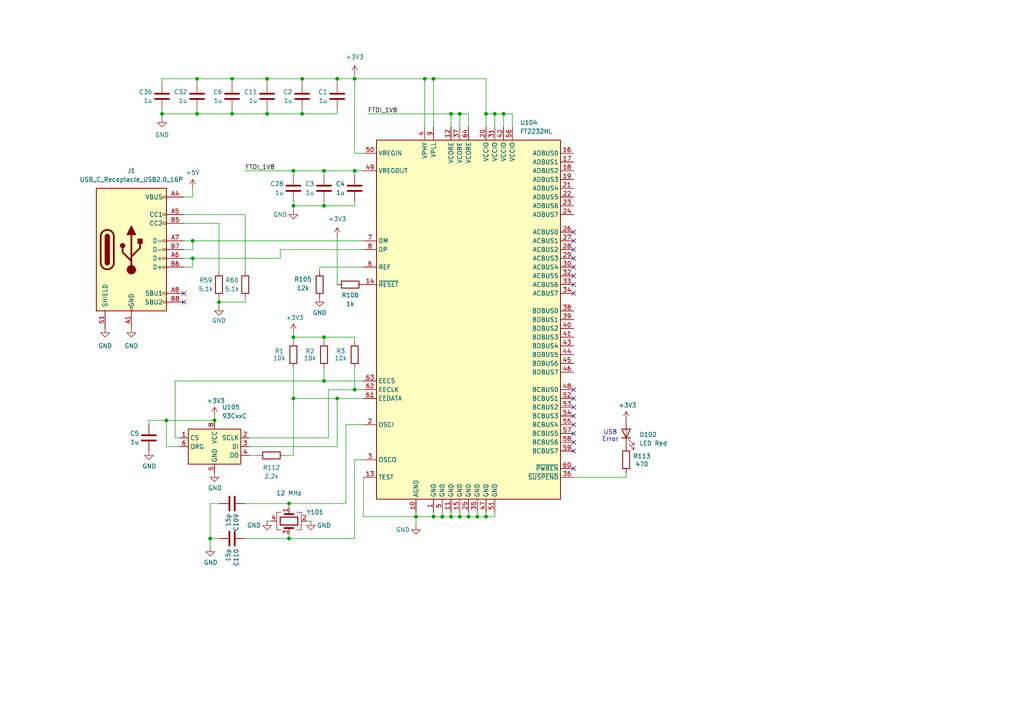
<source format=kicad_sch>
(kicad_sch (version 20250114) (generator "eeschema") (generator_version "9.0")
  (paper "A4")
  (lib_symbols
    (symbol "Connector:USB_C_Receptacle_USB2.0_16P" (pin_names (offset 1.016))
      (property "Reference" "J" (at 0 22.225 0))
      (property "Value" "USB_C_Receptacle_USB2.0_16P" (at 0 19.685 0))
      (symbol "USB_C_Receptacle_USB2.0_16P_0_0"
        (rectangle (start -0.254 -17.78) (end 0.254 -16.764))
        (rectangle (start 10.16 15.494) (end 9.144 14.986))
        (rectangle (start 10.16 10.414) (end 9.144 9.906))
        (rectangle (start 10.16 7.874) (end 9.144 7.366))
        (rectangle (start 10.16 2.794) (end 9.144 2.286))
        (rectangle (start 10.16 0.254) (end 9.144 -0.254))
        (rectangle (start 10.16 -2.286) (end 9.144 -2.794))
        (rectangle (start 10.16 -4.826) (end 9.144 -5.334))
        (rectangle (start 10.16 -12.446) (end 9.144 -12.954))
        (rectangle (start 10.16 -14.986) (end 9.144 -15.494))
      )
      (symbol "USB_C_Receptacle_USB2.0_16P_0_1"
        (rectangle (start -10.16 17.78) (end 10.16 -17.78) (stroke (width 0.254)) (fill (type background)))
        (polyline (pts (xy -8.89 -3.81) (xy -8.89 3.81)) (stroke (width 0.508)))
        (rectangle (start -7.62 -3.81) (end -6.35 3.81) (stroke (width 0.254)) (fill (type outline)))
        (arc (start -7.62 3.81) (mid -6.985 4.4423) (end -6.35 3.81) (stroke (width 0.254)))
        (arc (start -7.62 3.81) (mid -6.985 4.4423) (end -6.35 3.81) (stroke (width 0.254)) (fill (type outline)))
        (arc (start -8.89 3.81) (mid -6.985 5.7067) (end -5.08 3.81) (stroke (width 0.508)))
        (arc (start -5.08 -3.81) (mid -6.985 -5.7067) (end -8.89 -3.81) (stroke (width 0.508)))
        (arc (start -6.35 -3.81) (mid -6.985 -4.4423) (end -7.62 -3.81) (stroke (width 0.254)))
        (arc (start -6.35 -3.81) (mid -6.985 -4.4423) (end -7.62 -3.81) (stroke (width 0.254)) (fill (type outline)))
        (polyline (pts (xy -5.08 3.81) (xy -5.08 -3.81)) (stroke (width 0.508)))
        (circle (center -2.54 1.143) (radius 0.635) (stroke (width 0.254)) (fill (type outline)))
        (polyline (pts (xy -1.27 4.318) (xy 0 6.858) (xy 1.27 4.318) (xy -1.27 4.318)) (stroke (width 0.254)) (fill (type outline)))
        (polyline (pts (xy 0 -2.032) (xy 2.54 0.508) (xy 2.54 1.778)) (stroke (width 0.508)))
        (polyline (pts (xy 0 -3.302) (xy -2.54 -0.762) (xy -2.54 0.508)) (stroke (width 0.508)))
        (polyline (pts (xy 0 -5.842) (xy 0 4.318)) (stroke (width 0.508)))
        (circle (center 0 -5.842) (radius 1.27) (fill (type outline)))
        (rectangle (start 1.905 1.778) (end 3.175 3.048) (stroke (width 0.254)) (fill (type outline)))
      )
      (symbol "USB_C_Receptacle_USB2.0_16P_1_1"
        (pin passive line (at -7.62 -22.86 90) (length 5.08) (name "SHIELD") (number "S1"))
        (pin passive line (at 0 -22.86 90) (length 5.08) (name "GND") (number "A1"))
        (pin passive line (at 0 -22.86 90) (length 5.08) (hide yes) (name "GND") (number "A12"))
        (pin passive line (at 0 -22.86 90) (length 5.08) (hide yes) (name "GND") (number "B1"))
        (pin passive line (at 0 -22.86 90) (length 5.08) (hide yes) (name "GND") (number "B12"))
        (pin passive line (at 15.24 15.24 180) (length 5.08) (name "VBUS") (number "A4"))
        (pin passive line (at 15.24 15.24 180) (length 5.08) (hide yes) (name "VBUS") (number "A9"))
        (pin passive line (at 15.24 15.24 180) (length 5.08) (hide yes) (name "VBUS") (number "B4"))
        (pin passive line (at 15.24 15.24 180) (length 5.08) (hide yes) (name "VBUS") (number "B9"))
        (pin bidirectional line (at 15.24 10.16 180) (length 5.08) (name "CC1") (number "A5"))
        (pin bidirectional line (at 15.24 7.62 180) (length 5.08) (name "CC2") (number "B5"))
        (pin bidirectional line (at 15.24 2.54 180) (length 5.08) (name "D-") (number "A7"))
        (pin bidirectional line (at 15.24 0 180) (length 5.08) (name "D-") (number "B7"))
        (pin bidirectional line (at 15.24 -2.54 180) (length 5.08) (name "D+") (number "A6"))
        (pin bidirectional line (at 15.24 -5.08 180) (length 5.08) (name "D+") (number "B6"))
        (pin bidirectional line (at 15.24 -12.7 180) (length 5.08) (name "SBU1") (number "A8"))
        (pin bidirectional line (at 15.24 -15.24 180) (length 5.08) (name "SBU2") (number "B8"))
      )
    )
    (symbol "Device:C" (pin_numbers (hide yes)) (pin_names (offset 0.254))
      (property "Reference" "C" (at 0.635 2.54 0))
      (property "Value" "C" (at 0.635 -2.54 0))
      (symbol "C_0_1"
        (polyline (pts (xy -2.032 0.762) (xy 2.032 0.762)) (stroke (width 0.508)))
        (polyline (pts (xy -2.032 -0.762) (xy 2.032 -0.762)) (stroke (width 0.508)))
      )
      (symbol "C_1_1"
        (pin passive line (at 0 3.81 270) (length 2.794) (name "~") (number "1"))
        (pin passive line (at 0 -3.81 90) (length 2.794) (name "~") (number "2"))
      )
    )
    (symbol "Device:Crystal_GND24" (pin_names (offset 1.016) (hide yes))
      (property "Reference" "Y" (at 3.175 5.08 0))
      (property "Value" "Crystal_GND24" (at 3.175 3.175 0))
      (symbol "Crystal_GND24_0_1"
        (polyline (pts (xy -2.54 2.286) (xy -2.54 3.556) (xy 2.54 3.556) (xy 2.54 2.286)))
        (polyline (pts (xy -2.54 0) (xy -2.032 0)))
        (polyline (pts (xy -2.54 -2.286) (xy -2.54 -3.556) (xy 2.54 -3.556) (xy 2.54 -2.286)))
        (polyline (pts (xy -2.032 -1.27) (xy -2.032 1.27)) (stroke (width 0.508)))
        (rectangle (start -1.143 2.54) (end 1.143 -2.54) (stroke (width 0.3048)))
        (polyline (pts (xy 0 3.556) (xy 0 3.81)))
        (polyline (pts (xy 0 -3.81) (xy 0 -3.556)))
        (polyline (pts (xy 2.032 0) (xy 2.54 0)))
        (polyline (pts (xy 2.032 -1.27) (xy 2.032 1.27)) (stroke (width 0.508)))
      )
      (symbol "Crystal_GND24_1_1"
        (pin passive line (at -3.81 0 0) (length 1.27) (name "1") (number "1"))
        (pin passive line (at 0 5.08 270) (length 1.27) (name "2") (number "2"))
        (pin passive line (at 0 -5.08 90) (length 1.27) (name "4") (number "4"))
        (pin passive line (at 3.81 0 180) (length 1.27) (name "3") (number "3"))
      )
    )
    (symbol "Device:LED" (pin_numbers (hide yes)) (pin_names (offset 1.016) (hide yes))
      (property "Reference" "D" (at 0 2.54 0))
      (property "Value" "LED" (at 0 -2.54 0))
      (symbol "LED_0_1"
        (polyline (pts (xy -3.048 -0.762) (xy -4.572 -2.286) (xy -3.81 -2.286) (xy -4.572 -2.286) (xy -4.572 -1.524)))
        (polyline (pts (xy -1.778 -0.762) (xy -3.302 -2.286) (xy -2.54 -2.286) (xy -3.302 -2.286) (xy -3.302 -1.524)))
        (polyline (pts (xy -1.27 0) (xy 1.27 0)))
        (polyline (pts (xy -1.27 -1.27) (xy -1.27 1.27)) (stroke (width 0.254)))
        (polyline (pts (xy 1.27 -1.27) (xy 1.27 1.27) (xy -1.27 0) (xy 1.27 -1.27)) (stroke (width 0.254)))
      )
      (symbol "LED_1_1"
        (pin passive line (at -3.81 0 0) (length 2.54) (name "K") (number "1"))
        (pin passive line (at 3.81 0 180) (length 2.54) (name "A") (number "2"))
      )
    )
    (symbol "Device:R" (pin_numbers (hide yes)) (pin_names (offset 0))
      (property "Reference" "R" (at 2.032 0 90))
      (property "Value" "R" (at 0 0 90))
      (symbol "R_0_1"
        (rectangle (start -1.016 -2.54) (end 1.016 2.54) (stroke (width 0.254)))
      )
      (symbol "R_1_1"
        (pin passive line (at 0 3.81 270) (length 1.27) (name "~") (number "1"))
        (pin passive line (at 0 -3.81 90) (length 1.27) (name "~") (number "2"))
      )
    )
    (symbol "Interface_USB:FT2232HL"
      (property "Reference" "U" (at -26.67 53.34 0))
      (property "Value" "FT2232HL" (at 19.05 53.34 0))
      (symbol "FT2232HL_0_1"
        (rectangle (start -26.67 -52.07) (end 26.67 52.07) (stroke (width 0.254)) (fill (type background)))
      )
      (symbol "FT2232HL_1_1"
        (pin power_in line (at -30.48 48.26 0) (length 3.81) (name "VREGIN") (number "50"))
        (pin power_out line (at -30.48 43.18 0) (length 3.81) (name "VREGOUT") (number "49"))
        (pin bidirectional line (at -30.48 22.86 0) (length 3.81) (name "DM") (number "7"))
        (pin bidirectional line (at -30.48 20.32 0) (length 3.81) (name "DP") (number "8"))
        (pin output line (at -30.48 15.24 0) (length 3.81) (name "REF") (number "6"))
        (pin input line (at -30.48 10.16 0) (length 3.81) (name "~{RESET}") (number "14"))
        (pin output line (at -30.48 -17.78 0) (length 3.81) (name "EECS") (number "63"))
        (pin output line (at -30.48 -20.32 0) (length 3.81) (name "EECLK") (number "62"))
        (pin bidirectional line (at -30.48 -22.86 0) (length 3.81) (name "EEDATA") (number "61"))
        (pin input line (at -30.48 -30.48 0) (length 3.81) (name "OSCI") (number "2"))
        (pin output line (at -30.48 -40.64 0) (length 3.81) (name "OSCO") (number "3"))
        (pin input line (at -30.48 -45.72 0) (length 3.81) (name "TEST") (number "13"))
        (pin power_in line (at -15.24 -55.88 90) (length 3.81) (name "AGND") (number "10"))
        (pin power_in line (at -12.7 55.88 270) (length 3.81) (name "VPHY") (number "4"))
        (pin input line (at -10.16 55.88 270) (length 3.81) (name "VPLL") (number "9"))
        (pin power_in line (at -10.16 -55.88 90) (length 3.81) (name "GND") (number "1"))
        (pin power_in line (at -7.62 -55.88 90) (length 3.81) (name "GND") (number "5"))
        (pin power_in line (at -5.08 55.88 270) (length 3.81) (name "VCORE") (number "12"))
        (pin power_in line (at -5.08 -55.88 90) (length 3.81) (name "GND") (number "11"))
        (pin power_in line (at -2.54 55.88 270) (length 3.81) (name "VCORE") (number "37"))
        (pin power_in line (at -2.54 -55.88 90) (length 3.81) (name "GND") (number "15"))
        (pin power_in line (at 0 55.88 270) (length 3.81) (name "VCORE") (number "64"))
        (pin power_in line (at 0 -55.88 90) (length 3.81) (name "GND") (number "25"))
        (pin power_in line (at 2.54 -55.88 90) (length 3.81) (name "GND") (number "35"))
        (pin power_in line (at 5.08 55.88 270) (length 3.81) (name "VCCIO") (number "20"))
        (pin power_in line (at 5.08 -55.88 90) (length 3.81) (name "GND") (number "47"))
        (pin power_in line (at 7.62 55.88 270) (length 3.81) (name "VCCIO") (number "31"))
        (pin power_in line (at 7.62 -55.88 90) (length 3.81) (name "GND") (number "51"))
        (pin power_in line (at 10.16 55.88 270) (length 3.81) (name "VCCIO") (number "42"))
        (pin power_in line (at 12.7 55.88 270) (length 3.81) (name "VCCIO") (number "56"))
        (pin bidirectional line (at 30.48 48.26 180) (length 3.81) (name "ADBUS0") (number "16"))
        (pin bidirectional line (at 30.48 45.72 180) (length 3.81) (name "ADBUS1") (number "17"))
        (pin bidirectional line (at 30.48 43.18 180) (length 3.81) (name "ADBUS2") (number "18"))
        (pin bidirectional line (at 30.48 40.64 180) (length 3.81) (name "ADBUS3") (number "19"))
        (pin bidirectional line (at 30.48 38.1 180) (length 3.81) (name "ADBUS4") (number "21"))
        (pin bidirectional line (at 30.48 35.56 180) (length 3.81) (name "ADBUS5") (number "22"))
        (pin bidirectional line (at 30.48 33.02 180) (length 3.81) (name "ADBUS6") (number "23"))
        (pin bidirectional line (at 30.48 30.48 180) (length 3.81) (name "ADBUS7") (number "24"))
        (pin bidirectional line (at 30.48 25.4 180) (length 3.81) (name "ACBUS0") (number "26"))
        (pin bidirectional line (at 30.48 22.86 180) (length 3.81) (name "ACBUS1") (number "27"))
        (pin bidirectional line (at 30.48 20.32 180) (length 3.81) (name "ACBUS2") (number "28"))
        (pin bidirectional line (at 30.48 17.78 180) (length 3.81) (name "ACBUS3") (number "29"))
        (pin bidirectional line (at 30.48 15.24 180) (length 3.81) (name "ACBUS4") (number "30"))
        (pin bidirectional line (at 30.48 12.7 180) (length 3.81) (name "ACBUS5") (number "32"))
        (pin bidirectional line (at 30.48 10.16 180) (length 3.81) (name "ACBUS6") (number "33"))
        (pin bidirectional line (at 30.48 7.62 180) (length 3.81) (name "ACBUS7") (number "34"))
        (pin bidirectional line (at 30.48 2.54 180) (length 3.81) (name "BDBUS0") (number "38"))
        (pin bidirectional line (at 30.48 0 180) (length 3.81) (name "BDBUS1") (number "39"))
        (pin bidirectional line (at 30.48 -2.54 180) (length 3.81) (name "BDBUS2") (number "40"))
        (pin bidirectional line (at 30.48 -5.08 180) (length 3.81) (name "BDBUS3") (number "41"))
        (pin bidirectional line (at 30.48 -7.62 180) (length 3.81) (name "BDBUS4") (number "43"))
        (pin bidirectional line (at 30.48 -10.16 180) (length 3.81) (name "BDBUS5") (number "44"))
        (pin bidirectional line (at 30.48 -12.7 180) (length 3.81) (name "BDBUS6") (number "45"))
        (pin bidirectional line (at 30.48 -15.24 180) (length 3.81) (name "BDBUS7") (number "46"))
        (pin bidirectional line (at 30.48 -20.32 180) (length 3.81) (name "BCBUS0") (number "48"))
        (pin bidirectional line (at 30.48 -22.86 180) (length 3.81) (name "BCBUS1") (number "52"))
        (pin bidirectional line (at 30.48 -25.4 180) (length 3.81) (name "BCBUS2") (number "53"))
        (pin bidirectional line (at 30.48 -27.94 180) (length 3.81) (name "BCBUS3") (number "54"))
        (pin bidirectional line (at 30.48 -30.48 180) (length 3.81) (name "BCBUS4") (number "55"))
        (pin bidirectional line (at 30.48 -33.02 180) (length 3.81) (name "BCBUS5") (number "57"))
        (pin bidirectional line (at 30.48 -35.56 180) (length 3.81) (name "BCBUS6") (number "58"))
        (pin bidirectional line (at 30.48 -38.1 180) (length 3.81) (name "BCBUS7") (number "59"))
        (pin output line (at 30.48 -43.18 180) (length 3.81) (name "~{PWREN}") (number "60"))
        (pin output line (at 30.48 -45.72 180) (length 3.81) (name "~{SUSPEND}") (number "36"))
      )
    )
    (symbol "Memory_EEPROM:93CxxC"
      (property "Reference" "U" (at -7.62 6.35 0))
      (property "Value" "93CxxC" (at 2.54 -6.35 0))
      (symbol "93CxxC_1_1"
        (rectangle (start -7.62 5.08) (end 7.62 -5.08) (stroke (width 0.254)) (fill (type background)))
        (pin input line (at -10.16 2.54 0) (length 2.54) (name "CS") (number "1"))
        (pin input line (at -10.16 0 0) (length 2.54) (name "ORG") (number "6"))
        (pin no_connect line (at -7.62 -2.54 0) (length 2.54) (hide yes) (name "NC") (number "7"))
        (pin power_in line (at 0 7.62 270) (length 2.54) (name "VCC") (number "8"))
        (pin power_in line (at 0 -7.62 90) (length 2.54) (name "GND") (number "5"))
        (pin input line (at 10.16 2.54 180) (length 2.54) (name "SCLK") (number "2"))
        (pin input line (at 10.16 0 180) (length 2.54) (name "DI") (number "3"))
        (pin tri_state line (at 10.16 -2.54 180) (length 2.54) (name "DO") (number "4"))
      )
    )
    (symbol "power:+3V3" (power) (pin_numbers (hide yes)) (pin_names (offset 0) (hide yes))
      (property "Value" "+3V3" (at 0 3.556 0))
      (symbol "+3V3_0_1"
        (polyline (pts (xy -0.762 1.27) (xy 0 2.54)))
        (polyline (pts (xy 0 2.54) (xy 0.762 1.27)))
        (polyline (pts (xy 0 0) (xy 0 2.54)))
      )
      (symbol "+3V3_1_1"
        (pin power_in line (at 0 0 90) (length 0) (name "~") (number "1"))
      )
    )
    (symbol "power:+5V" (power) (pin_numbers (hide yes)) (pin_names (offset 0) (hide yes))
      (property "Value" "+5V" (at 0 3.556 0))
      (symbol "+5V_0_1"
        (polyline (pts (xy -0.762 1.27) (xy 0 2.54)))
        (polyline (pts (xy 0 2.54) (xy 0.762 1.27)))
        (polyline (pts (xy 0 0) (xy 0 2.54)))
      )
      (symbol "+5V_1_1"
        (pin power_in line (at 0 0 90) (length 0) (name "~") (number "1"))
      )
    )
    (symbol "power:GND" (power) (pin_numbers (hide yes)) (pin_names (offset 0) (hide yes))
      (property "Value" "GND" (at 0 -3.81 0))
      (symbol "GND_0_1"
        (polyline (pts (xy 0 0) (xy 0 -1.27) (xy 1.27 -1.27) (xy 0 -2.54) (xy -1.27 -1.27) (xy 0 -1.27)))
      )
      (symbol "GND_1_1"
        (pin power_in line (at 0 0 270) (length 0) (name "~") (number "1"))
      )
    )
  )
  (text "USB\nError" (at 177.038 126.492 0) (effects (font (size 1.27 1.27))))
  (junction (at 85.09 59.69))
  (junction (at 57.15 33.02))
  (junction (at 128.27 149.86))
  (junction (at 143.51 33.02))
  (junction (at 97.79 22.86))
  (junction (at 48.26 121.92))
  (junction (at 102.87 49.53))
  (junction (at 55.88 69.85))
  (junction (at 123.19 22.86))
  (junction (at 146.05 33.02))
  (junction (at 133.35 33.02))
  (junction (at 125.73 22.86))
  (junction (at 63.5 87.63))
  (junction (at 60.96 156.21))
  (junction (at 125.73 149.86))
  (junction (at 57.15 22.86))
  (junction (at 140.97 149.86))
  (junction (at 130.81 149.86))
  (junction (at 93.98 110.49))
  (junction (at 133.35 149.86))
  (junction (at 130.81 33.02))
  (junction (at 83.82 156.21))
  (junction (at 67.31 33.02))
  (junction (at 87.63 22.86))
  (junction (at 120.65 149.86))
  (junction (at 85.09 97.79))
  (junction (at 93.98 49.53))
  (junction (at 93.98 59.69))
  (junction (at 46.99 33.02))
  (junction (at 77.47 22.86))
  (junction (at 85.09 49.53))
  (junction (at 85.09 115.57))
  (junction (at 83.82 146.05))
  (junction (at 55.88 74.93))
  (junction (at 135.89 149.86))
  (junction (at 97.79 115.57))
  (junction (at 102.87 22.86))
  (junction (at 102.87 113.03))
  (junction (at 140.97 33.02))
  (junction (at 67.31 22.86))
  (junction (at 62.23 121.92))
  (junction (at 138.43 149.86))
  (junction (at 93.98 97.79))
  (junction (at 87.63 33.02))
  (junction (at 77.47 33.02))
  (no_connect (at 166.37 85.09))
  (no_connect (at 166.37 113.03))
  (no_connect (at 53.34 85.09))
  (no_connect (at 166.37 135.89))
  (no_connect (at 166.37 123.19))
  (no_connect (at 166.37 80.01))
  (no_connect (at 53.34 87.63))
  (no_connect (at 166.37 67.31))
  (no_connect (at 166.37 118.11))
  (no_connect (at 166.37 77.47))
  (no_connect (at 166.37 74.93))
  (no_connect (at 166.37 115.57))
  (no_connect (at 166.37 120.65))
  (no_connect (at 166.37 130.81))
  (no_connect (at 166.37 69.85))
  (no_connect (at 166.37 72.39))
  (no_connect (at 166.37 82.55))
  (no_connect (at 166.37 128.27))
  (no_connect (at 166.37 125.73))
  (wire (pts (xy 62.23 120.65) (xy 62.23 121.92)))
  (wire (pts (xy 85.09 106.68) (xy 85.09 115.57)))
  (wire (pts (xy 53.34 64.77) (xy 63.5 64.77)))
  (wire (pts (xy 43.18 121.92) (xy 43.18 123.19)))
  (wire (pts (xy 83.82 147.32) (xy 83.82 146.05)))
  (wire (pts (xy 63.5 86.36) (xy 63.5 87.63)))
  (wire (pts (xy 55.88 77.47) (xy 55.88 74.93)))
  (wire (pts (xy 128.27 149.86) (xy 128.27 148.59)))
  (wire (pts (xy 102.87 21.59) (xy 102.87 22.86)))
  (wire (pts (xy 140.97 22.86) (xy 140.97 33.02)))
  (wire (pts (xy 181.61 137.16) (xy 181.61 138.43)))
  (wire (pts (xy 97.79 31.75) (xy 97.79 33.02)))
  (wire (pts (xy 95.25 113.03) (xy 102.87 113.03)))
  (wire (pts (xy 85.09 49.53) (xy 93.98 49.53)))
  (wire (pts (xy 97.79 68.58) (xy 97.79 82.55)))
  (wire (pts (xy 102.87 22.86) (xy 123.19 22.86)))
  (wire (pts (xy 53.34 57.15) (xy 55.88 57.15)))
  (wire (pts (xy 67.31 22.86) (xy 67.31 24.13)))
  (wire (pts (xy 130.81 33.02) (xy 133.35 33.02)))
  (wire (pts (xy 102.87 44.45) (xy 105.41 44.45)))
  (wire (pts (xy 63.5 156.21) (xy 60.96 156.21)))
  (wire (pts (xy 55.88 74.93) (xy 81.28 74.93)))
  (wire (pts (xy 135.89 149.86) (xy 135.89 148.59)))
  (wire (pts (xy 83.82 146.05) (xy 100.33 146.05)))
  (wire (pts (xy 71.12 86.36) (xy 71.12 87.63)))
  (wire (pts (xy 93.98 97.79) (xy 102.87 97.79)))
  (wire (pts (xy 105.41 138.43) (xy 105.41 149.86)))
  (wire (pts (xy 85.09 49.53) (xy 85.09 50.8)))
  (wire (pts (xy 77.47 31.75) (xy 77.47 33.02)))
  (wire (pts (xy 125.73 149.86) (xy 128.27 149.86)))
  (wire (pts (xy 97.79 115.57) (xy 97.79 129.54)))
  (wire (pts (xy 97.79 115.57) (xy 105.41 115.57)))
  (wire (pts (xy 140.97 149.86) (xy 143.51 149.86)))
  (wire (pts (xy 92.71 78.74) (xy 92.71 77.47)))
  (wire (pts (xy 63.5 146.05) (xy 60.96 146.05)))
  (wire (pts (xy 81.28 72.39) (xy 105.41 72.39)))
  (wire (pts (xy 50.8 110.49) (xy 93.98 110.49)))
  (wire (pts (xy 93.98 58.42) (xy 93.98 59.69)))
  (wire (pts (xy 133.35 33.02) (xy 135.89 33.02)))
  (wire (pts (xy 55.88 72.39) (xy 55.88 69.85)))
  (wire (pts (xy 77.47 22.86) (xy 67.31 22.86)))
  (wire (pts (xy 143.51 33.02) (xy 143.51 36.83)))
  (wire (pts (xy 53.34 77.47) (xy 55.88 77.47)))
  (wire (pts (xy 87.63 22.86) (xy 87.63 24.13)))
  (wire (pts (xy 77.47 33.02) (xy 87.63 33.02)))
  (wire (pts (xy 48.26 121.92) (xy 62.23 121.92)))
  (wire (pts (xy 46.99 33.02) (xy 57.15 33.02)))
  (wire (pts (xy 77.47 22.86) (xy 87.63 22.86)))
  (wire (pts (xy 63.5 87.63) (xy 71.12 87.63)))
  (wire (pts (xy 60.96 146.05) (xy 60.96 156.21)))
  (wire (pts (xy 140.97 33.02) (xy 143.51 33.02)))
  (wire (pts (xy 83.82 156.21) (xy 102.87 156.21)))
  (wire (pts (xy 135.89 33.02) (xy 135.89 36.83)))
  (wire (pts (xy 93.98 49.53) (xy 93.98 50.8)))
  (wire (pts (xy 93.98 59.69) (xy 85.09 59.69)))
  (wire (pts (xy 93.98 110.49) (xy 105.41 110.49)))
  (wire (pts (xy 140.97 149.86) (xy 140.97 148.59)))
  (wire (pts (xy 102.87 113.03) (xy 105.41 113.03)))
  (wire (pts (xy 106.68 33.02) (xy 130.81 33.02)))
  (wire (pts (xy 138.43 149.86) (xy 138.43 148.59)))
  (wire (pts (xy 123.19 22.86) (xy 125.73 22.86)))
  (wire (pts (xy 50.8 110.49) (xy 50.8 127)))
  (wire (pts (xy 67.31 31.75) (xy 67.31 33.02)))
  (wire (pts (xy 81.28 72.39) (xy 81.28 74.93)))
  (wire (pts (xy 105.41 149.86) (xy 120.65 149.86)))
  (wire (pts (xy 95.25 113.03) (xy 95.25 127)))
  (wire (pts (xy 138.43 149.86) (xy 140.97 149.86)))
  (wire (pts (xy 125.73 22.86) (xy 140.97 22.86)))
  (wire (pts (xy 83.82 154.94) (xy 83.82 156.21)))
  (wire (pts (xy 93.98 97.79) (xy 93.98 99.06)))
  (wire (pts (xy 74.93 132.08) (xy 72.39 132.08)))
  (wire (pts (xy 67.31 33.02) (xy 77.47 33.02)))
  (wire (pts (xy 133.35 149.86) (xy 133.35 148.59)))
  (wire (pts (xy 60.96 156.21) (xy 60.96 158.75)))
  (wire (pts (xy 43.18 121.92) (xy 48.26 121.92)))
  (wire (pts (xy 46.99 33.02) (xy 46.99 34.29)))
  (wire (pts (xy 133.35 33.02) (xy 133.35 36.83)))
  (wire (pts (xy 143.51 33.02) (xy 146.05 33.02)))
  (wire (pts (xy 55.88 69.85) (xy 105.41 69.85)))
  (wire (pts (xy 93.98 106.68) (xy 93.98 110.49)))
  (wire (pts (xy 72.39 127) (xy 95.25 127)))
  (wire (pts (xy 123.19 22.86) (xy 123.19 36.83)))
  (wire (pts (xy 102.87 133.35) (xy 105.41 133.35)))
  (wire (pts (xy 88.9 151.13) (xy 90.17 151.13)))
  (wire (pts (xy 85.09 60.96) (xy 85.09 59.69)))
  (wire (pts (xy 53.34 72.39) (xy 55.88 72.39)))
  (wire (pts (xy 85.09 97.79) (xy 93.98 97.79)))
  (wire (pts (xy 120.65 152.4) (xy 120.65 149.86)))
  (wire (pts (xy 48.26 121.92) (xy 48.26 129.54)))
  (wire (pts (xy 46.99 22.86) (xy 46.99 24.13)))
  (wire (pts (xy 72.39 129.54) (xy 97.79 129.54)))
  (wire (pts (xy 71.12 146.05) (xy 83.82 146.05)))
  (wire (pts (xy 63.5 78.74) (xy 63.5 64.77)))
  (wire (pts (xy 125.73 149.86) (xy 125.73 148.59)))
  (wire (pts (xy 87.63 22.86) (xy 97.79 22.86)))
  (wire (pts (xy 102.87 133.35) (xy 102.87 156.21)))
  (wire (pts (xy 146.05 33.02) (xy 146.05 36.83)))
  (wire (pts (xy 102.87 58.42) (xy 102.87 59.69)))
  (wire (pts (xy 102.87 106.68) (xy 102.87 113.03)))
  (wire (pts (xy 71.12 62.23) (xy 71.12 78.74)))
  (wire (pts (xy 102.87 49.53) (xy 105.41 49.53)))
  (wire (pts (xy 55.88 57.15) (xy 55.88 54.61)))
  (wire (pts (xy 53.34 62.23) (xy 71.12 62.23)))
  (wire (pts (xy 92.71 77.47) (xy 105.41 77.47)))
  (wire (pts (xy 140.97 33.02) (xy 140.97 36.83)))
  (wire (pts (xy 77.47 151.13) (xy 78.74 151.13)))
  (wire (pts (xy 85.09 132.08) (xy 82.55 132.08)))
  (wire (pts (xy 143.51 149.86) (xy 143.51 148.59)))
  (wire (pts (xy 50.8 127) (xy 52.07 127)))
  (wire (pts (xy 97.79 22.86) (xy 97.79 24.13)))
  (wire (pts (xy 120.65 149.86) (xy 125.73 149.86)))
  (wire (pts (xy 46.99 31.75) (xy 46.99 33.02)))
  (wire (pts (xy 53.34 69.85) (xy 55.88 69.85)))
  (wire (pts (xy 100.33 123.19) (xy 105.41 123.19)))
  (wire (pts (xy 63.5 88.9) (xy 63.5 87.63)))
  (wire (pts (xy 93.98 49.53) (xy 102.87 49.53)))
  (wire (pts (xy 102.87 22.86) (xy 102.87 44.45)))
  (wire (pts (xy 71.12 49.53) (xy 85.09 49.53)))
  (wire (pts (xy 57.15 22.86) (xy 57.15 24.13)))
  (wire (pts (xy 87.63 33.02) (xy 97.79 33.02)))
  (wire (pts (xy 57.15 31.75) (xy 57.15 33.02)))
  (wire (pts (xy 120.65 149.86) (xy 120.65 148.59)))
  (wire (pts (xy 128.27 149.86) (xy 130.81 149.86)))
  (wire (pts (xy 130.81 149.86) (xy 130.81 148.59)))
  (wire (pts (xy 100.33 123.19) (xy 100.33 146.05)))
  (wire (pts (xy 102.87 49.53) (xy 102.87 50.8)))
  (wire (pts (xy 71.12 156.21) (xy 83.82 156.21)))
  (wire (pts (xy 130.81 149.86) (xy 133.35 149.86)))
  (wire (pts (xy 57.15 22.86) (xy 46.99 22.86)))
  (wire (pts (xy 85.09 96.52) (xy 85.09 97.79)))
  (wire (pts (xy 53.34 74.93) (xy 55.88 74.93)))
  (wire (pts (xy 48.26 129.54) (xy 52.07 129.54)))
  (wire (pts (xy 181.61 138.43) (xy 166.37 138.43)))
  (wire (pts (xy 102.87 97.79) (xy 102.87 99.06)))
  (wire (pts (xy 85.09 115.57) (xy 85.09 132.08)))
  (wire (pts (xy 135.89 149.86) (xy 138.43 149.86)))
  (wire (pts (xy 87.63 31.75) (xy 87.63 33.02)))
  (wire (pts (xy 146.05 33.02) (xy 148.59 33.02)))
  (wire (pts (xy 148.59 33.02) (xy 148.59 36.83)))
  (wire (pts (xy 85.09 59.69) (xy 85.09 58.42)))
  (wire (pts (xy 57.15 33.02) (xy 67.31 33.02)))
  (wire (pts (xy 85.09 115.57) (xy 97.79 115.57)))
  (wire (pts (xy 130.81 33.02) (xy 130.81 36.83)))
  (wire (pts (xy 102.87 22.86) (xy 97.79 22.86)))
  (wire (pts (xy 133.35 149.86) (xy 135.89 149.86)))
  (wire (pts (xy 67.31 22.86) (xy 57.15 22.86)))
  (wire (pts (xy 125.73 22.86) (xy 125.73 36.83)))
  (wire (pts (xy 85.09 97.79) (xy 85.09 99.06)))
  (wire (pts (xy 77.47 22.86) (xy 77.47 24.13)))
  (wire (pts (xy 102.87 59.69) (xy 93.98 59.69)))
  (label "FTDI_1V8" (at 106.68 33.02 0))
  (label "FTDI_1V8" (at 71.12 49.53 0))
  (symbol (lib_id "power:GND") (at 62.23 137.16 0) (unit 1)
    (property "Reference" "#PWR04" (effects (hide yes)))
    (property "Value" "GND" (at 62.357 141.5542 0))
    (property "OnlyIf" "UseEEPROM" (effects (hide yes)))
  )
  (symbol (lib_id "Device:C") (at 85.09 54.61 0) (mirror y) (unit 1)
    (property "Reference" "C28" (at 82.296 53.3399 0) (effects (justify left)))
    (property "Value" "1u" (at 82.296 55.8799 0) (effects (justify left)))
    (property "Footprint" "Capacitor_SMD:C_0402_1005Metric" (effects (hide yes)))
    (property "Description" "Unpolarized capacitor" (effects (hide yes)))
    (property "LCSC" "C14445" (effects (hide yes)))
  )
  (symbol (lib_id "power:GND") (at 85.09 60.96 0) (unit 1)
    (property "Reference" "#PWR060" (effects (hide yes)))
    (property "Value" "GND" (at 81.28 62.23 0))
  )
  (symbol (lib_id "Device:C") (at 77.47 27.94 0) (mirror y) (unit 1)
    (property "Reference" "C11" (at 74.676 26.6699 0) (effects (justify left)))
    (property "Value" "1u" (at 74.676 29.2099 0) (effects (justify left)))
    (property "Footprint" "Capacitor_SMD:C_0402_1005Metric" (effects (hide yes)))
    (property "Description" "Unpolarized capacitor" (effects (hide yes)))
    (property "LCSC" "C14445" (effects (hide yes)))
  )
  (symbol (lib_id "power:GND") (at 38.1 95.25 0) (unit 1)
    (property "Reference" "#PWR066" (effects (hide yes)))
    (property "Value" "GND" (at 38.1 100.33 0))
    (property "Description" "Power symbol creates a global label with name \"GND\" , ground" (effects (hide yes)))
  )
  (symbol (lib_id "power:+3V3") (at 181.61 121.92 0) (unit 1)
    (property "Reference" "#PWR0132" (effects (hide yes)))
    (property "Value" "+3V3" (at 181.991 117.5258 0))
  )
  (symbol (lib_id "Device:C") (at 46.99 27.94 0) (mirror y) (unit 1)
    (property "Reference" "C36" (at 44.196 26.6699 0) (effects (justify left)))
    (property "Value" "1u" (at 44.196 29.2099 0) (effects (justify left)))
    (property "Footprint" "Capacitor_SMD:C_0402_1005Metric" (effects (hide yes)))
    (property "Description" "Unpolarized capacitor" (effects (hide yes)))
    (property "LCSC" "C14445" (effects (hide yes)))
  )
  (symbol (lib_id "Device:R") (at 92.71 82.55 0) (unit 1)
    (property "Reference" "R105" (at 87.884 81.026 0))
    (property "Value" "12k" (at 87.884 83.566 0))
    (property "Footprint" "Resistor_SMD:R_0402_1005Metric" (effects (hide yes)))
    (property "LCSC" "C25752" (effects (hide yes)))
  )
  (symbol (lib_id "power:GND") (at 90.17 151.13 0) (unit 1)
    (property "Reference" "#PWR0136" (effects (hide yes)))
    (property "Value" "GND" (at 93.98 152.4 0))
  )
  (symbol (lib_id "Memory_EEPROM:93CxxC") (at 62.23 129.54 0) (unit 1)
    (property "Reference" "U105" (at 64.4241 118.11 0) (effects (justify left)))
    (property "Value" "93CxxC" (at 64.4241 120.65 0) (effects (justify left)))
    (property "Footprint" "Package_SO:TSSOP-8_4.4x3mm_P0.65mm" (effects (hide yes)))
    (property "Datasheet" "http://ww1.microchip.com/downloads/en/DeviceDoc/20001749K.pdf" (effects (hide yes)))
    (property "LCSC" "C2061936" (effects (hide yes)))
    (property "OnlyIf" "UseEEPROM" (effects (hide yes)))
  )
  (symbol (lib_id "Device:C") (at 67.31 156.21 270) (unit 1)
    (property "Reference" "C110" (at 68.4784 159.131 0) (effects (justify left)))
    (property "Value" "15p" (at 66.167 159.131 0) (effects (justify left)))
    (property "Footprint" "Capacitor_SMD:C_0402_1005Metric" (effects (hide yes)))
    (property "LCSC" "C1548" (effects (hide yes)))
  )
  (symbol (lib_id "Device:C") (at 87.63 27.94 0) (mirror y) (unit 1)
    (property "Reference" "C2" (at 84.836 26.6699 0) (effects (justify left)))
    (property "Value" "1u" (at 84.836 29.2099 0) (effects (justify left)))
    (property "Footprint" "Capacitor_SMD:C_0402_1005Metric" (effects (hide yes)))
    (property "Description" "Unpolarized capacitor" (effects (hide yes)))
    (property "LCSC" "C14445" (effects (hide yes)))
  )
  (symbol (lib_id "power:+3V3") (at 97.79 68.58 0) (unit 1)
    (property "Reference" "#PWR01" (effects (hide yes)))
    (property "Value" "+3V3" (at 97.79 63.5 0))
    (property "Description" "Power symbol creates a global label with name \"+3V3\"" (effects (hide yes)))
  )
  (symbol (lib_id "power:+3V3") (at 102.87 21.59 0) (unit 1)
    (property "Reference" "#PWR02" (effects (hide yes)))
    (property "Value" "+3V3" (at 102.87 16.51 0))
    (property "Description" "Power symbol creates a global label with name \"+3V3\"" (effects (hide yes)))
  )
  (symbol (lib_id "Device:LED") (at 181.61 125.73 90) (unit 1)
    (property "Reference" "D102" (at 185.42 126.0475 90) (effects (justify right)))
    (property "Value" "LED Red" (at 185.42 128.5875 90) (effects (justify right)))
    (property "Footprint" "LED_SMD:LED_0402_1005Metric" (effects (hide yes)))
    (property "LCSC" "C130719" (effects (hide yes)))
  )
  (symbol (lib_id "Connector:USB_C_Receptacle_USB2.0_16P") (at 38.1 72.39 0) (unit 1)
    (property "Reference" "J1" (at 38.1 49.53 0))
    (property "Value" "USB_C_Receptacle_USB2.0_16P" (at 38.1 52.07 0))
    (property "Footprint" "Connector_USB:USB_C_Receptacle_G-Switch_GT-USB-7010ASV" (effects (hide yes)))
    (property "Datasheet" "https://jlcpcb.com/api/file/downloadByFileSystemAccessId/8588920841703079936" (effects (hide yes)))
    (property "Description" "USB 2.0-only 16P Type-C Receptacle connector" (effects (hide yes)))
    (property "LCSC" "C2765186" (effects (hide yes)))
  )
  (symbol (lib_id "Device:R") (at 85.09 102.87 180) (unit 1)
    (property "Reference" "R1" (at 81.026 101.854 0))
    (property "Value" "10k" (at 81.026 103.886 0))
    (property "Footprint" "Resistor_SMD:R_0402_1005Metric" (effects (hide yes)))
    (property "LCSC" "C25744" (effects (hide yes)))
  )
  (symbol (lib_id "Device:C") (at 97.79 27.94 0) (mirror y) (unit 1)
    (property "Reference" "C1" (at 94.996 26.6699 0) (effects (justify left)))
    (property "Value" "1u" (at 94.996 29.2099 0) (effects (justify left)))
    (property "Footprint" "Capacitor_SMD:C_0402_1005Metric" (effects (hide yes)))
    (property "Description" "Unpolarized capacitor" (effects (hide yes)))
    (property "LCSC" "C14445" (effects (hide yes)))
  )
  (symbol (lib_id "power:GND") (at 60.96 158.75 0) (unit 1)
    (property "Reference" "#PWR0138" (effects (hide yes)))
    (property "Value" "GND" (at 61.087 163.1442 0))
  )
  (symbol (lib_id "Device:R") (at 102.87 102.87 180) (unit 1)
    (property "Reference" "R3" (at 98.806 101.854 0))
    (property "Value" "10k" (at 98.806 103.886 0))
    (property "Footprint" "Resistor_SMD:R_0402_1005Metric" (effects (hide yes)))
    (property "LCSC" "C25744" (effects (hide yes)))
    (property "OnlyIf" "UseEEPROM" (effects (hide yes)))
  )
  (symbol (lib_id "Device:C") (at 43.18 127 0) (mirror y) (unit 1)
    (property "Reference" "C5" (at 40.386 125.7299 0) (effects (justify left)))
    (property "Value" "1u" (at 40.386 128.2699 0) (effects (justify left)))
    (property "Footprint" "Capacitor_SMD:C_0402_1005Metric" (effects (hide yes)))
    (property "Description" "Unpolarized capacitor" (effects (hide yes)))
    (property "LCSC" "C14445" (effects (hide yes)))
    (property "OnlyIf" "UseEEPROM" (effects (hide yes)))
  )
  (symbol (lib_id "Device:R") (at 63.5 82.55 180) (unit 1)
    (property "Reference" "R59" (at 59.69 81.28 0))
    (property "Value" "5.1k" (at 59.69 83.82 0))
    (property "Footprint" "Resistor_SMD:R_0402_1005Metric" (effects (hide yes)))
    (property "Description" "Resistor, US symbol" (effects (hide yes)))
    (property "LCSC" "C25905" (effects (hide yes)))
  )
  (symbol (lib_id "Device:R") (at 181.61 133.35 180) (unit 1)
    (property "Reference" "R113" (at 186.182 132.3086 0))
    (property "Value" "470" (at 186.182 134.62 0))
    (property "Footprint" "Resistor_SMD:R_0402_1005Metric" (effects (hide yes)))
    (property "LCSC" "C25117" (effects (hide yes)))
  )
  (symbol (lib_id "power:GND") (at 92.71 86.36 0) (unit 1)
    (property "Reference" "#PWR0129" (effects (hide yes)))
    (property "Value" "GND" (at 92.71 90.678 0))
  )
  (symbol (lib_id "Device:R") (at 93.98 102.87 180) (unit 1)
    (property "Reference" "R2" (at 89.916 101.854 0))
    (property "Value" "10k" (at 89.916 103.886 0))
    (property "Footprint" "Resistor_SMD:R_0402_1005Metric" (effects (hide yes)))
    (property "LCSC" "C25744" (effects (hide yes)))
    (property "OnlyIf" "UseEEPROM" (effects (hide yes)))
  )
  (symbol (lib_id "Device:C") (at 67.31 146.05 270) (unit 1)
    (property "Reference" "C109" (at 68.4784 148.971 0) (effects (justify left)))
    (property "Value" "15p" (at 66.167 148.971 0) (effects (justify left)))
    (property "Footprint" "Capacitor_SMD:C_0402_1005Metric" (effects (hide yes)))
    (property "LCSC" "C1548" (effects (hide yes)))
  )
  (symbol (lib_id "power:GND") (at 77.47 151.13 0) (unit 1)
    (property "Reference" "#PWR0135" (effects (hide yes)))
    (property "Value" "GND" (at 73.66 152.4 0))
  )
  (symbol (lib_id "Device:C") (at 67.31 27.94 0) (mirror y) (unit 1)
    (property "Reference" "C6" (at 64.516 26.6699 0) (effects (justify left)))
    (property "Value" "1u" (at 64.516 29.2099 0) (effects (justify left)))
    (property "Footprint" "Capacitor_SMD:C_0402_1005Metric" (effects (hide yes)))
    (property "Description" "Unpolarized capacitor" (effects (hide yes)))
    (property "LCSC" "C14445" (effects (hide yes)))
  )
  (symbol (lib_id "Interface_USB:FT2232HL") (at 135.89 92.71 0) (unit 1)
    (property "Reference" "U104" (at 150.7841 35.56 0) (effects (justify left)))
    (property "Value" "FT2232HL" (at 150.7841 38.1 0) (effects (justify left)))
    (property "Footprint" "Package_QFP:LQFP-64_10x10mm_P0.5mm" (effects (hide yes)))
    (property "Datasheet" "https://www.ftdichip.com/Support/Documents/DataSheets/ICs/DS_FT2232H.pdf" (effects (hide yes)))
    (property "LCSC" "C27882" (effects (hide yes)))
  )
  (symbol (lib_id "Device:R") (at 71.12 82.55 180) (unit 1)
    (property "Reference" "R60" (at 67.31 81.28 0))
    (property "Value" "5.1k" (at 67.31 83.82 0))
    (property "Footprint" "Resistor_SMD:R_0402_1005Metric" (effects (hide yes)))
    (property "Description" "Resistor, US symbol" (effects (hide yes)))
    (property "LCSC" "C25905" (effects (hide yes)))
  )
  (symbol (lib_id "power:GND") (at 46.99 34.29 0) (unit 1)
    (property "Reference" "#PWR03" (effects (hide yes)))
    (property "Value" "GND" (at 46.99 39.116 0))
  )
  (symbol (lib_id "power:GND") (at 43.18 130.81 0) (unit 1)
    (property "Reference" "#PWR05" (effects (hide yes)))
    (property "Value" "GND" (at 43.307 135.2042 0))
    (property "OnlyIf" "UseEEPROM" (effects (hide yes)))
  )
  (symbol (lib_id "power:+5V") (at 55.88 54.61 0) (mirror y) (unit 1)
    (property "Reference" "#PWR010" (effects (hide yes)))
    (property "Value" "+5V" (at 55.88 50.038 0))
    (property "Description" "Power symbol creates a global label with name \"+5V\"" (effects (hide yes)))
  )
  (symbol (lib_id "Device:C") (at 93.98 54.61 0) (mirror y) (unit 1)
    (property "Reference" "C3" (at 91.186 53.3399 0) (effects (justify left)))
    (property "Value" "1u" (at 91.186 55.8799 0) (effects (justify left)))
    (property "Footprint" "Capacitor_SMD:C_0402_1005Metric" (effects (hide yes)))
    (property "Description" "Unpolarized capacitor" (effects (hide yes)))
    (property "LCSC" "C14445" (effects (hide yes)))
  )
  (symbol (lib_id "Device:Crystal_GND24") (at 83.82 151.13 270) (unit 1)
    (property "Reference" "Y101" (at 88.9 148.59 90) (effects (justify left)))
    (property "Value" "12 MHz" (at 83.82 143.002 90))
    (property "Footprint" "Crystal:Crystal_SMD_3225-4Pin_3.2x2.5mm" (effects (hide yes)))
    (property "LCSC" "C70565" (effects (hide yes)))
  )
  (symbol (lib_id "power:GND") (at 120.65 152.4 0) (unit 1)
    (property "Reference" "#PWR0137" (effects (hide yes)))
    (property "Value" "GND" (at 116.84 153.67 0))
  )
  (symbol (lib_id "power:GND") (at 63.5 88.9 0) (mirror y) (unit 1)
    (property "Reference" "#PWR064" (effects (hide yes)))
    (property "Value" "GND" (at 63.5 92.964 0))
    (property "Description" "Power symbol creates a global label with name \"GND\" , ground" (effects (hide yes)))
  )
  (symbol (lib_id "Device:R") (at 78.74 132.08 90) (unit 1)
    (property "Reference" "R112" (at 78.74 135.636 90))
    (property "Value" "2.2k" (at 78.74 138.176 90))
    (property "Footprint" "Resistor_SMD:R_0402_1005Metric" (effects (hide yes)))
    (property "LCSC" "C25879" (effects (hide yes)))
    (property "OnlyIf" "UseEEPROM" (effects (hide yes)))
  )
  (symbol (lib_id "Device:C") (at 57.15 27.94 0) (mirror y) (unit 1)
    (property "Reference" "C32" (at 54.356 26.6699 0) (effects (justify left)))
    (property "Value" "1u" (at 54.356 29.2099 0) (effects (justify left)))
    (property "Footprint" "Capacitor_SMD:C_0402_1005Metric" (effects (hide yes)))
    (property "Description" "Unpolarized capacitor" (effects (hide yes)))
    (property "LCSC" "C14445" (effects (hide yes)))
  )
  (symbol (lib_id "Device:C") (at 102.87 54.61 0) (mirror y) (unit 1)
    (property "Reference" "C4" (at 100.076 53.3399 0) (effects (justify left)))
    (property "Value" "1u" (at 100.076 55.8799 0) (effects (justify left)))
    (property "Footprint" "Capacitor_SMD:C_0402_1005Metric" (effects (hide yes)))
    (property "Description" "Unpolarized capacitor" (effects (hide yes)))
    (property "LCSC" "C14445" (effects (hide yes)))
  )
  (symbol (lib_id "Device:R") (at 101.6 82.55 90) (unit 1)
    (property "Reference" "R106" (at 101.6 85.598 90))
    (property "Value" "1k" (at 101.6 88.138 90))
    (property "Footprint" "Resistor_SMD:R_0402_1005Metric" (effects (hide yes)))
    (property "LCSC" "C11702" (effects (hide yes)))
  )
  (symbol (lib_id "power:GND") (at 30.48 95.25 0) (unit 1)
    (property "Reference" "#PWR065" (effects (hide yes)))
    (property "Value" "GND" (at 30.48 100.33 0))
    (property "Description" "Power symbol creates a global label with name \"GND\" , ground" (effects (hide yes)))
  )
  (symbol (lib_id "power:+3V3") (at 62.23 120.65 0) (unit 1)
    (property "Reference" "#PWR0131" (effects (hide yes)))
    (property "Value" "+3V3" (at 62.611 116.2558 0))
    (property "OnlyIf" "UseEEPROM" (effects (hide yes)))
  )
  (symbol (lib_id "power:+3V3") (at 85.09 96.52 0) (unit 1)
    (property "Reference" "#PWR0130" (effects (hide yes)))
    (property "Value" "+3V3" (at 85.471 92.1258 0))
  )
)
</source>
